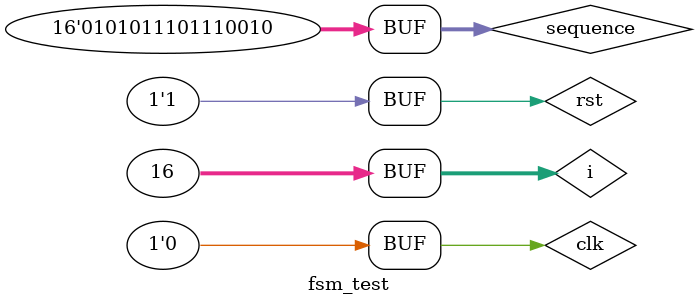
<source format=v>

`timescale 1ns/1ns

module fsm_test;
reg  clk, rst, inp;
wire outp1,outp2;
reg[15:0] sequence;
integer i;

Moore_fsm dut1( .clk(clk), .reset(rst), .w(inp), .z(outp1));
Mealy_fsm dut2( .clk(clk), .reset(rst), .w(inp), .z(outp2));

initial
begin

   clk = 0;
        rst = 1;
        sequence = 16'b0101_0111_0111_0010;
   #5 rst = 0;
   #5 rst = 1;
   $display("Moore Simulation");
   for( i = 0; i <= 15; i = i + 1)
   begin
      inp = sequence[i];
      #2 clk = 1;
      #2 clk = 0;
      $display("State = ", dut1.y, " Input = ", inp, ", Output = ", outp1);
	  
   end
   $display("Mealy Simulation");
   for( i = 0; i <= 15; i = i + 1)
   begin
      inp = sequence[i];
      #2 clk = 1;
      #2 clk = 0;
      $display("State = ", dut1.y, " Input = ", inp, ", Output = ", outp1);
	  
   end
        
        test2;
end
task test2;
   for( i = 0; i <= 15; i = i + 1)
   begin
      inp = $random % 2;
      #2 clk = 1;
      #2 clk = 0;
      $display("State = ", dut.y, " Input = ", inp, ", Output = ", outp);

   end
endtask


endmodule
</source>
